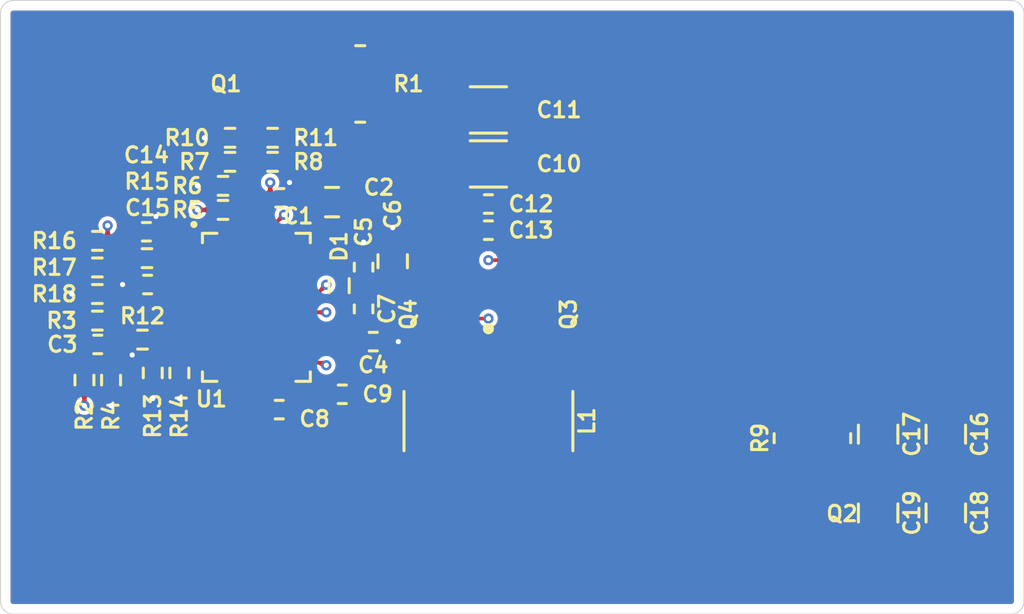
<source format=kicad_pcb>
(kicad_pcb (version 20241229) (generator "pcbnew") (generator_version "9.0")
  (layers (0 "F.Cu" signal) (4 "In1.Cu" power) (6 "In2.Cu" power) (2 "B.Cu" signal) (13 "F.Paste" user) (15 "B.Paste" user) (5 "F.SilkS" user "F.Silkscreen") (7 "B.SilkS" user "B.Silkscreen") (1 "F.Mask" user) (3 "B.Mask" user) (25 "Edge.Cuts" user))
  (net 0 "")
  (net 6 "/BST")
  (net 7 "/CFP")
  (net 8 "/CFN")
  (net 10 "/RT")
  (net 13 "/VOUT")
  (net 15 "GND")
  (net 16 "Net-(R16-Pad2)")
  (net 17 "/GPI")
  (net 18 "/VCAP")
  (net 19 "/ITST")
  (net 20 "/INFET")
  (net 21 "/VIN")
  (net 22 "/VOUTSP")
  (net 23 "/VOUTM5")
  (net 24 "Net-(C3-Pad1)")
  (net 25 "/OUTFB")
  (net 26 "/PFI")
  (net 27 "/VCC2P5")
  (net 28 "/CAP_SLCT1")
  (net 29 "/CAP_SLCT0")
  (net 31 "/OUTFET")
  (net 32 "/INTVCC")
  (net 33 "/SW")
  (net 34 "/BGATE")
  (net 35 "/TGATE")
  (net 36 "/VCAPP5")
  (net 37 "/ICAP")
  (net 38 "Net-(C14-Pad1)")
  (net 39 "/VC")
  (net 40 "/CAPFB")
  (footprint "resistor_footprints:R_0402_1005Metric" (layer "F.Cu") (at 132.48719 92.51569 -90)
    (property "Reference" "R4" (at 0.93 0 90) (layer "F.SilkS") (effects (font (size 0.762 0.762) (thickness 0.1524)) (justify right)))
    (property "Value" "162 kΩ")
    (fp_line (start 0.24 0.47) (end -0.24 0.47) (stroke (width 0.1524)) (layer "F.SilkS"))
    (fp_line (start 0.24 -0.47) (end -0.24 -0.47) (stroke (width 0.1524)) (layer "F.SilkS"))
    (pad "1" smd roundrect (at -0.51 0 270) (size 0.54 0.64) (layers "F.Cu" "F.Mask" "F.Paste") (net 25 "/OUTFB"))
    (pad "2" smd roundrect (at 0.51 0 270) (size 0.54 0.64) (layers "F.Cu" "F.Mask" "F.Paste") (net 15 "GND"))
  )
  (footprint "resistor_footprints:R_0402_1005Metric" (layer "F.Cu") (at 138.044599 82.86756)
    (property "Reference" "R6" (at -0.93 0 0) (layer "F.SilkS") (effects (font (size 0.762 0.762) (thickness 0.1524)) (justify right)))
    (property "Value" "100 kΩ")
    (fp_line (start 0.24 -0.47) (end -0.24 -0.47) (stroke (width 0.1524)) (layer "F.SilkS"))
    (fp_line (start 0.24 0.47) (end -0.24 0.47) (stroke (width 0.1524)) (layer "F.SilkS"))
    (pad "1" smd roundrect (at -0.51 0) (size 0.54 0.64) (layers "F.Cu" "F.Mask" "F.Paste") (net 15 "GND"))
    (pad "2" smd roundrect (at 0.51 0) (size 0.54 0.64) (layers "F.Cu" "F.Mask" "F.Paste") (net 26 "/PFI"))
  )
  (footprint "resistor_footprints:R_0402_1005Metric" (layer "F.Cu") (at 131.80622 88.24087 180)
    (property "Reference" "R18" (at 0.93 0 0) (layer "F.SilkS") (effects (font (size 0.762 0.762) (thickness 0.1524)) (justify right)))
    (property "Value" "118 kΩ")
    (fp_line (start 0.24 0.47) (end -0.24 0.47) (stroke (width 0.1524)) (layer "F.SilkS"))
    (fp_line (start 0.24 -0.47) (end -0.24 -0.47) (stroke (width 0.1524)) (layer "F.SilkS"))
    (pad "1" smd roundrect (at -0.51 0 180) (size 0.54 0.64) (layers "F.Cu" "F.Mask" "F.Paste") (net 40 "/CAPFB"))
    (pad "2" smd roundrect (at 0.51 0 180) (size 0.54 0.64) (layers "F.Cu" "F.Mask" "F.Paste") (net 15 "GND"))
  )
  (footprint "capacitor_footprints:C_0805_2012Metric" (layer "F.Cu") (at 170.561 99.11588 -90)
    (property "Reference" "C19" (at 0 -1.234 90) (layer "F.SilkS") (effects (font (size 0.762 0.762) (thickness 0.1524)) (justify top)))
    (property "Value" "22 µF")
    (fp_line (start 0.45 0.98) (end -0.45 0.98) (stroke (width 0.1524)) (layer "F.SilkS"))
    (fp_line (start 0.45 -0.98) (end -0.45 -0.98) (stroke (width 0.1524)) (layer "F.SilkS"))
    (pad "1" smd roundrect (at -0.95 0 270) (size 1 1.45) (layers "F.Cu" "F.Mask" "F.Paste") (net 18 "/VCAP"))
    (pad "2" smd roundrect (at 0.95 0 270) (size 1 1.45) (layers "F.Cu" "F.Mask" "F.Paste") (net 15 "GND"))
  )
  (footprint "transistor_footprints:PowerPAK 1212-8" (layer "F.Cu") (at 165.90344 99.1563)
    (property "Reference" "Q2" (at 2 0 0) (layer "F.SilkS") (effects (font (size 0.762 0.762) (thickness 0.1524)) (justify left)))
    (property "Value" "20.0 V")
    (pad "1" smd roundrect (at -1.435 -0.99) (size 0.99 0.405) (layers "F.Cu" "F.Mask" "F.Paste") (net 13 "/VOUT"))
    (pad "2" smd roundrect (at -1.435 -0.33) (size 0.99 0.405) (layers "F.Cu" "F.Mask" "F.Paste") (net 13 "/VOUT"))
    (pad "3" smd roundrect (at -1.435 0.33) (size 0.99 0.405) (layers "F.Cu" "F.Mask" "F.Paste") (net 13 "/VOUT"))
    (pad "4" smd roundrect (at -1.435 0.99) (size 0.99 0.405) (layers "F.Cu" "F.Mask" "F.Paste") (net 31 "/OUTFET"))
    (pad "5" smd roundrect (at 0.558 0) (size 1.725 2.385) (layers "F.Cu" "F.Mask" "F.Paste") (roundrect_rratio 0.05) (net 18 "/VCAP"))
    (pad "5" smd roundrect (at 1.435 -0.99) (size 0.99 0.405) (layers "F.Cu" "F.Mask" "F.Paste") (net 18 "/VCAP"))
    (pad "5" smd roundrect (at 1.435 -0.33) (size 0.99 0.405) (layers "F.Cu" "F.Mask" "F.Paste") (net 18 "/VCAP"))
    (pad "5" smd roundrect (at 1.435 0.33) (size 0.99 0.405) (layers "F.Cu" "F.Mask" "F.Paste") (net 18 "/VCAP"))
    (pad "5" smd roundrect (at 1.435 0.99) (size 0.99 0.405) (layers "F.Cu" "F.Mask" "F.Paste") (net 18 "/VCAP"))
  )
  (footprint "capacitor_footprints:C_0805_2012Metric" (layer "F.Cu") (at 173.91888 99.11588 -90)
    (property "Reference" "C18" (at 0 -1.234 90) (layer "F.SilkS") (effects (font (size 0.762 0.762) (thickness 0.1524)) (justify top)))
    (property "Value" "22 µF")
    (fp_line (start 0.45 0.98) (end -0.45 0.98) (stroke (width 0.1524)) (layer "F.SilkS"))
    (fp_line (start 0.45 -0.98) (end -0.45 -0.98) (stroke (width 0.1524)) (layer "F.SilkS"))
    (pad "1" smd roundrect (at -0.95 0 270) (size 1 1.45) (layers "F.Cu" "F.Mask" "F.Paste") (net 18 "/VCAP"))
    (pad "2" smd roundrect (at 0.95 0 270) (size 1 1.45) (layers "F.Cu" "F.Mask" "F.Paste") (net 15 "GND"))
  )
  (footprint "capacitor_footprints:C_0402_1005Metric" (layer "F.Cu") (at 131.82622 90.74531)
    (property "Reference" "C3" (at -0.91 0 0) (layer "F.SilkS") (effects (font (size 0.762 0.762) (thickness 0.1524)) (justify right)))
    (property "Value" "120 pF")
    (fp_line (start 0.2 -0.46) (end -0.2 -0.46) (stroke (width 0.1524)) (layer "F.SilkS"))
    (fp_line (start 0.2 0.46) (end -0.2 0.46) (stroke (width 0.1524)) (layer "F.SilkS"))
    (pad "1" smd roundrect (at -0.48 0) (size 0.56 0.62) (layers "F.Cu" "F.Mask" "F.Paste") (net 24 "Net-(C3-Pad1)"))
    (pad "2" smd roundrect (at 0.48 0) (size 0.56 0.62) (layers "F.Cu" "F.Mask" "F.Paste") (net 25 "/OUTFB"))
  )
  (footprint "resistor_footprints:R_0402_1005Metric" (layer "F.Cu") (at 138.393591 81.673159)
    (property "Reference" "R7" (at -0.93 0 0) (layer "F.SilkS") (effects (font (size 0.762 0.762) (thickness 0.1524)) (justify right)))
    (property "Value" "100 kΩ")
    (fp_line (start 0.24 -0.47) (end -0.24 -0.47) (stroke (width 0.1524)) (layer "F.SilkS"))
    (fp_line (start 0.24 0.47) (end -0.24 0.47) (stroke (width 0.1524)) (layer "F.SilkS"))
    (pad "1" smd roundrect (at -0.51 0) (size 0.54 0.64) (layers "F.Cu" "F.Mask" "F.Paste") (net 27 "/VCC2P5"))
    (pad "2" smd roundrect (at 0.51 0) (size 0.54 0.64) (layers "F.Cu" "F.Mask" "F.Paste") (net 28 "/CAP_SLCT1"))
  )
  (footprint "resistor_footprints:R_0402_1005Metric" (layer "F.Cu") (at 135.8773 92.16 -90)
    (property "Reference" "R14" (at 0.93 0 90) (layer "F.SilkS") (effects (font (size 0.762 0.762) (thickness 0.1524)) (justify right)))
    (property "Value" "121 Ω")
    (fp_line (start 0.24 0.47) (end -0.24 0.47) (stroke (width 0.1524)) (layer "F.SilkS"))
    (fp_line (start 0.24 -0.47) (end -0.24 -0.47) (stroke (width 0.1524)) (layer "F.SilkS"))
    (pad "1" smd roundrect (at -0.51 0 270) (size 0.54 0.64) (layers "F.Cu" "F.Mask" "F.Paste") (net 19 "/ITST"))
    (pad "2" smd roundrect (at 0.51 0 270) (size 0.54 0.64) (layers "F.Cu" "F.Mask" "F.Paste") (net 15 "GND"))
  )
  (footprint "no_components_footprints:Fiducial_0.5mm_Mask1mm" (layer "F.Cu") (at 128.201987 102.938013)
    (property "Reference" "FID1" (hide yes))
    (property "Value" "Fiducial" (hide yes))
    (pad "" smd circle (at 0 0) (size 0.5 0.5) (layers "F.Cu" "F.Mask"))
  )
  (footprint "capacitor_footprints:C_1206_3216Metric" (layer "F.Cu") (at 151.21636 81.77784)
    (property "Reference" "C10" (at 2.3 0 0) (layer "F.SilkS") (effects (font (size 0.762 0.762) (thickness 0.1524)) (justify left)))
    (property "Value" "47 µF")
    (fp_line (start 0.9 -1.15) (end -0.9 -1.15) (stroke (width 0.1524)) (layer "F.SilkS"))
    (fp_line (start 0.9 1.15) (end -0.9 1.15) (stroke (width 0.1524)) (layer "F.SilkS"))
    (pad "1" smd roundrect (at -1.475 0) (size 1.15 1.8) (layers "F.Cu" "F.Mask" "F.Paste") (net 13 "/VOUT"))
    (pad "2" smd roundrect (at 1.475 0) (size 1.15 1.8) (layers "F.Cu" "F.Mask" "F.Paste") (net 15 "GND"))
  )
  (footprint "resistor_footprints:R_0402_1005Metric" (layer "F.Cu") (at 138.393591 80.4799 180)
    (property "Reference" "R10" (at 0.93 0 0) (layer "F.SilkS") (effects (font (size 0.762 0.762) (thickness 0.1524)) (justify right)))
    (property "Value" "0 Ω")
    (fp_line (start 0.24 0.47) (end -0.24 0.47) (stroke (width 0.1524)) (layer "F.SilkS"))
    (fp_line (start 0.24 -0.47) (end -0.24 -0.47) (stroke (width 0.1524)) (layer "F.SilkS"))
    (pad "1" smd roundrect (at -0.51 0 180) (size 0.54 0.64) (layers "F.Cu" "F.Mask" "F.Paste") (net 28 "/CAP_SLCT1"))
    (pad "2" smd roundrect (at 0.51 0 180) (size 0.54 0.64) (layers "F.Cu" "F.Mask" "F.Paste") (net 15 "GND"))
  )
  (footprint "capacitor_footprints:C_0402_1005Metric" (layer "F.Cu") (at 151.21636 83.76944)
    (property "Reference" "C12" (at 0.91 0 0) (layer "F.SilkS") (effects (font (size 0.762 0.762) (thickness 0.1524)) (justify left)))
    (property "Value" "2.2 µF")
    (fp_line (start 0.2 -0.46) (end -0.2 -0.46) (stroke (width 0.1524)) (layer "F.SilkS"))
    (fp_line (start 0.2 0.46) (end -0.2 0.46) (stroke (width 0.1524)) (layer "F.SilkS"))
    (pad "1" smd roundrect (at -0.48 0) (size 0.56 0.62) (layers "F.Cu" "F.Mask" "F.Paste") (net 13 "/VOUT"))
    (pad "2" smd roundrect (at 0.48 0) (size 0.56 0.62) (layers "F.Cu" "F.Mask" "F.Paste") (net 15 "GND"))
  )
  (footprint "capacitor_footprints:C_0402_1005Metric" (layer "F.Cu") (at 134.23996 85.14842)
    (property "Reference" "C14" (at 0 -3.81 0) (layer "F.SilkS") (effects (font (size 0.762 0.762) (thickness 0.1524))))
    (property "Value" "10 nF")
    (fp_line (start 0.2 -0.46) (end -0.2 -0.46) (stroke (width 0.1524)) (layer "F.SilkS"))
    (fp_line (start 0.2 0.46) (end -0.2 0.46) (stroke (width 0.1524)) (layer "F.SilkS"))
    (pad "1" smd roundrect (at -0.48 0) (size 0.56 0.62) (layers "F.Cu" "F.Mask" "F.Paste") (net 38 "Net-(C14-Pad1)"))
    (pad "2" smd roundrect (at 0.48 0) (size 0.56 0.62) (layers "F.Cu" "F.Mask" "F.Paste") (net 15 "GND"))
  )
  (footprint "inductor_footprints:XAL7030" (layer "F.Cu") (at 151.21746 94.55404 -90)
    (property "Reference" "L1" (at 0 -4.445 90) (layer "F.SilkS") (effects (font (size 0.762 0.762) (thickness 0.1524)) (justify top)))
    (property "Value" "3.3 µH")
    (fp_line (start 1.4732 4.191) (end -1.4732 4.191) (stroke (width 0.1524)) (layer "F.SilkS"))
    (fp_line (start 1.4732 -4.191) (end -1.4732 -4.191) (stroke (width 0.1524)) (layer "F.SilkS"))
    (fp_circle (center -4.591 0) (end -4.791 0) (stroke (width 0.1524)) (fill yes) (layer "F.SilkS"))
    (pad "1" smd roundrect (at -2.3622 0 270) (size 1.778 6.5024) (layers "F.Cu" "F.Mask" "F.Paste") (net 33 "/SW"))
    (pad "2" smd roundrect (at 2.3622 0 270) (size 1.778 6.5024) (layers "F.Cu" "F.Mask" "F.Paste") (net 37 "/ICAP"))
  )
  (footprint "resistor_footprints:R_0402_1005Metric" (layer "F.Cu") (at 140.50641 80.4799)
    (property "Reference" "R11" (at 0.93 0 0) (layer "F.SilkS") (effects (font (size 0.762 0.762) (thickness 0.1524)) (justify left)))
    (property "Value" "0 Ω")
    (fp_line (start 0.24 -0.47) (end -0.24 -0.47) (stroke (width 0.1524)) (layer "F.SilkS"))
    (fp_line (start 0.24 0.47) (end -0.24 0.47) (stroke (width 0.1524)) (layer "F.SilkS"))
    (pad "1" smd roundrect (at -0.51 0) (size 0.54 0.64) (layers "F.Cu" "F.Mask" "F.Paste") (net 29 "/CAP_SLCT0"))
    (pad "2" smd roundrect (at 0.51 0) (size 0.54 0.64) (layers "F.Cu" "F.Mask" "F.Paste") (net 15 "GND"))
  )
  (footprint "diode_footprints:SOD_523" (layer "F.Cu") (at 143.80718 87.825001 90)
    (property "Reference" "D1" (at 1.1 0 90) (layer "F.SilkS") (effects (font (size 0.762 0.762) (thickness 0.1524)) (justify left)))
    (property "Value" "80.0 V")
    (fp_line (start 0.35 -0.5) (end -0.35 -0.5) (stroke (width 0.1524)) (layer "F.SilkS"))
    (fp_line (start 0.35 0.5) (end -0.35 0.5) (stroke (width 0.1524)) (layer "F.SilkS"))
    (pad "1" smd roundrect (at -0.675 0 90) (size 0.65 0.3) (layers "F.Cu" "F.Mask" "F.Paste") (net 6 "/BST"))
    (pad "2" smd roundrect (at 0.675 0 90) (size 0.65 0.3) (layers "F.Cu" "F.Mask" "F.Paste") (net 32 "/INTVCC"))
  )
  (footprint "capacitor_footprints:C_0402_1005Metric" (layer "F.Cu") (at 134.29996 87.768999 180)
    (property "Reference" "C15" (at 0 3.81 0) (layer "F.SilkS") (effects (font (size 0.762 0.762) (thickness 0.1524))))
    (property "Value" "10 nF")
    (fp_line (start 0.2 0.46) (end -0.2 0.46) (stroke (width 0.1524)) (layer "F.SilkS"))
    (fp_line (start 0.2 -0.46) (end -0.2 -0.46) (stroke (width 0.1524)) (layer "F.SilkS"))
    (pad "1" smd roundrect (at -0.48 0 180) (size 0.56 0.62) (layers "F.Cu" "F.Mask" "F.Paste") (net 39 "/VC"))
    (pad "2" smd roundrect (at 0.48 0 180) (size 0.56 0.62) (layers "F.Cu" "F.Mask" "F.Paste") (net 15 "GND"))
  )
  (footprint "resistor_footprints:R_0402_1005Metric" (layer "F.Cu") (at 131.16525 92.51569 90)
    (property "Reference" "R2" (at -0.93 0 90) (layer "F.SilkS") (effects (font (size 0.762 0.762) (thickness 0.1524)) (justify right)))
    (property "Value" "20 Ω")
    (fp_line (start 0.24 -0.47) (end -0.24 -0.47) (stroke (width 0.1524)) (layer "F.SilkS"))
    (fp_line (start 0.24 0.47) (end -0.24 0.47) (stroke (width 0.1524)) (layer "F.SilkS"))
    (pad "1" smd roundrect (at -0.51 0 90) (size 0.54 0.64) (layers "F.Cu" "F.Mask" "F.Paste") (net 13 "/VOUT"))
    (pad "2" smd roundrect (at 0.51 0 90) (size 0.54 0.64) (layers "F.Cu" "F.Mask" "F.Paste") (net 24 "Net-(C3-Pad1)"))
  )
  (footprint "capacitor_footprints:C_0402_1005Metric" (layer "F.Cu") (at 151.21636 85.06968)
    (property "Reference" "C13" (at 0.91 0 0) (layer "F.SilkS") (effects (font (size 0.762 0.762) (thickness 0.1524)) (justify left)))
    (property "Value" "2.2 µF")
    (fp_line (start 0.2 -0.46) (end -0.2 -0.46) (stroke (width 0.1524)) (layer "F.SilkS"))
    (fp_line (start 0.2 0.46) (end -0.2 0.46) (stroke (width 0.1524)) (layer "F.SilkS"))
    (pad "1" smd roundrect (at -0.48 0) (size 0.56 0.62) (layers "F.Cu" "F.Mask" "F.Paste") (net 13 "/VOUT"))
    (pad "2" smd roundrect (at 0.48 0) (size 0.56 0.62) (layers "F.Cu" "F.Mask" "F.Paste") (net 15 "GND"))
  )
  (footprint "analog_devices_footprints:QFN-38_UHF_LIT" (layer "F.Cu") (at 139.7 88.9)
    (property "Reference" "U1" (at -3.0988 4.1148 0) (layer "F.SilkS") (effects (font (size 0.762 0.762) (thickness 0.1524) (bold yes)) (justify left top)))
    (property "Value" "LTC3350EUHF-PBF")
    (fp_line (start -2.677 -3.677) (end -2.677 -3.20734) (stroke (width 0.1524)) (layer "F.SilkS"))
    (fp_line (start -2.677 3.20734) (end -2.677 3.677) (stroke (width 0.1524)) (layer "F.SilkS"))
    (fp_line (start -2.677 3.677) (end -1.95734 3.677) (stroke (width 0.1524)) (layer "F.SilkS"))
    (fp_line (start -1.95734 -3.677) (end -2.677 -3.677) (stroke (width 0.1524)) (layer "F.SilkS"))
    (fp_line (start 1.95734 3.677) (end 2.677 3.677) (stroke (width 0.1524)) (layer "F.SilkS"))
    (fp_line (start 2.677 -3.677) (end 1.95734 -3.677) (stroke (width 0.1524)) (layer "F.SilkS"))
    (fp_line (start 2.677 -3.20734) (end 2.677 -3.677) (stroke (width 0.1524)) (layer "F.SilkS"))
    (fp_line (start 2.677 3.677) (end 2.677 3.20734) (stroke (width 0.1524)) (layer "F.SilkS"))
    (fp_circle (center -3.0988 -4.1148) (end -2.9718 -4.1148) (stroke (width 0.1)) (fill yes) (layer "F.SilkS"))
    (pad "1" smd rect (at -2.4524 -2.75 90) (size 0.2492 0.8048) (layers "F.Cu" "F.Mask" "F.Paste"))
    (pad "2" smd rect (at -2.4524 -2.250001 90) (size 0.2492 0.8048) (layers "F.Cu" "F.Mask" "F.Paste"))
    (pad "3" smd rect (at -2.4524 -1.749999 90) (size 0.2492 0.8048) (layers "F.Cu" "F.Mask" "F.Paste"))
    (pad "4" smd rect (at -2.4524 -1.25 90) (size 0.2492 0.8048) (layers "F.Cu" "F.Mask" "F.Paste"))
    (pad "5" smd rect (at -2.4524 -0.750001 90) (size 0.2492 0.8048) (layers "F.Cu" "F.Mask" "F.Paste") (net 39 "/VC"))
    (pad "6" smd rect (at -2.4524 -0.25 90) (size 0.2492 0.8048) (layers "F.Cu" "F.Mask" "F.Paste") (net 40 "/CAPFB"))
    (pad "7" smd rect (at -2.4524 0.25 90) (size 0.2492 0.8048) (layers "F.Cu" "F.Mask" "F.Paste") (net 25 "/OUTFB"))
    (pad "8" smd rect (at -2.4524 0.750001 90) (size 0.2492 0.8048) (layers "F.Cu" "F.Mask" "F.Paste") (net 15 "GND"))
    (pad "9" smd rect (at -2.4524 1.25 90) (size 0.2492 0.8048) (layers "F.Cu" "F.Mask" "F.Paste") (net 10 "/RT"))
    (pad "10" smd rect (at -2.4524 1.749999 90) (size 0.2492 0.8048) (layers "F.Cu" "F.Mask" "F.Paste") (net 17 "/GPI"))
    (pad "11" smd rect (at -2.4524 2.250001 90) (size 0.2492 0.8048) (layers "F.Cu" "F.Mask" "F.Paste") (net 19 "/ITST"))
    (pad "12" smd rect (at -2.4524 2.75 90) (size 0.2492 0.8048) (layers "F.Cu" "F.Mask" "F.Paste"))
    (pad "13" smd rect (at -1.5 3.452401) (size 0.2492 0.8048) (layers "F.Cu" "F.Mask" "F.Paste"))
    (pad "14" smd rect (at -1.000001 3.452401) (size 0.2492 0.8048) (layers "F.Cu" "F.Mask" "F.Paste"))
    (pad "15" smd rect (at -0.499999 3.452401) (size 0.2492 0.8048) (layers "F.Cu" "F.Mask" "F.Paste"))
    (pad "16" smd rect (at 0 3.452401) (size 0.2492 0.8048) (layers "F.Cu" "F.Mask" "F.Paste"))
    (pad "17" smd rect (at 0.499999 3.452401) (size 0.2492 0.8048) (layers "F.Cu" "F.Mask" "F.Paste") (net 7 "/CFP"))
    (pad "18" smd rect (at 1.000001 3.452401) (size 0.2492 0.8048) (layers "F.Cu" "F.Mask" "F.Paste") (net 8 "/CFN"))
    (pad "19" smd rect (at 1.5 3.452401) (size 0.2492 0.8048) (layers "F.Cu" "F.Mask" "F.Paste") (net 36 "/VCAPP5"))
    (pad "20" smd rect (at 2.4524 2.75 90) (size 0.2492 0.8048) (layers "F.Cu" "F.Mask" "F.Paste") (net 31 "/OUTFET"))
    (pad "21" smd rect (at 2.4524 2.250001 90) (size 0.2492 0.8048) (layers "F.Cu" "F.Mask" "F.Paste") (net 18 "/VCAP"))
    (pad "22" smd rect (at 2.4524 1.749999 90) (size 0.2492 0.8048) (layers "F.Cu" "F.Mask" "F.Paste") (net 37 "/ICAP"))
    (pad "23" smd rect (at 2.4524 1.25 90) (size 0.2492 0.8048) (layers "F.Cu" "F.Mask" "F.Paste") (net 27 "/VCC2P5"))
    (pad "24" smd rect (at 2.4524 0.750001 90) (size 0.2492 0.8048) (layers "F.Cu" "F.Mask" "F.Paste") (net 33 "/SW"))
    (pad "25" smd rect (at 2.4524 0.25 90) (size 0.2492 0.8048) (layers "F.Cu" "F.Mask" "F.Paste") (net 35 "/TGATE"))
    (pad "26" smd rect (at 2.4524 -0.25 90) (size 0.2492 0.8048) (layers "F.Cu" "F.Mask" "F.Paste") (net 6 "/BST"))
    (pad "27" smd rect (at 2.4524 -0.750001 90) (size 0.2492 0.8048) (layers "F.Cu" "F.Mask" "F.Paste") (net 34 "/BGATE"))
    (pad "28" smd rect (at 2.4524 -1.25 90) (size 0.2492 0.8048) (layers "F.Cu" "F.Mask" "F.Paste") (net 32 "/INTVCC"))
    (pad "29" smd rect (at 2.4524 -1.749999 90) (size 0.2492 0.8048) (layers "F.Cu" "F.Mask" "F.Paste") (net 32 "/INTVCC"))
    (pad "30" smd rect (at 2.4524 -2.250001 90) (size 0.2492 0.8048) (layers "F.Cu" "F.Mask" "F.Paste") (net 13 "/VOUT"))
    (pad "31" smd rect (at 2.4524 -2.75 90) (size 0.2492 0.8048) (layers "F.Cu" "F.Mask" "F.Paste") (net 22 "/VOUTSP"))
    (pad "32" smd rect (at 1.5 -3.452401) (size 0.2492 0.8048) (layers "F.Cu" "F.Mask" "F.Paste") (net 23 "/VOUTM5"))
    (pad "33" smd rect (at 1.000001 -3.452401) (size 0.2492 0.8048) (layers "F.Cu" "F.Mask" "F.Paste") (net 20 "/INFET"))
    (pad "34" smd rect (at 0.499999 -3.452401) (size 0.2492 0.8048) (layers "F.Cu" "F.Mask" "F.Paste") (net 21 "/VIN"))
    (pad "35" smd rect (at 0 -3.452401) (size 0.2492 0.8048) (layers "F.Cu" "F.Mask" "F.Paste") (net 29 "/CAP_SLCT0"))
    (pad "36" smd rect (at -0.499999 -3.452401) (size 0.2492 0.8048) (layers "F.Cu" "F.Mask" "F.Paste") (net 28 "/CAP_SLCT1"))
    (pad "37" smd rect (at -1.000001 -3.452401) (size 0.2492 0.8048) (layers "F.Cu" "F.Mask" "F.Paste") (net 26 "/PFI"))
    (pad "38" smd rect (at -1.5 -3.452401) (size 0.2492 0.8048) (layers "F.Cu" "F.Mask" "F.Paste"))
    (pad "39" smd rect (at 0 0) (size 3.250001 5.25) (layers "F.Cu" "F.Mask" "F.Paste") (net 15 "GND"))
  )
  (footprint "resistor_footprints:R_0402_1005Metric" (layer "F.Cu") (at 131.80622 86.92007)
    (property "Reference" "R17" (at -0.93 0 0) (layer "F.SilkS") (effects (font (size 0.762 0.762) (thickness 0.1524)) (justify right)))
    (property "Value" "866 kΩ")
    (fp_line (start 0.24 -0.47) (end -0.24 -0.47) (stroke (width 0.1524)) (layer "F.SilkS"))
    (fp_line (start 0.24 0.47) (end -0.24 0.47) (stroke (width 0.1524)) (layer "F.SilkS"))
    (pad "1" smd roundrect (at -0.51 0) (size 0.54 0.64) (layers "F.Cu" "F.Mask" "F.Paste") (net 16 "Net-(R16-Pad2)"))
    (pad "2" smd roundrect (at 0.51 0) (size 0.54 0.64) (layers "F.Cu" "F.Mask" "F.Paste") (net 40 "/CAPFB"))
  )
  (footprint "capacitor_footprints:C_0402_1005Metric" (layer "F.Cu") (at 145.50136 90.60466)
    (property "Reference" "C4" (at 0 0.714 0) (layer "F.SilkS") (effects (font (size 0.762 0.762) (thickness 0.1524)) (justify top)))
    (property "Value" "1 µF")
    (fp_line (start 0.2 -0.46) (end -0.2 -0.46) (stroke (width 0.1524)) (layer "F.SilkS"))
    (fp_line (start 0.2 0.46) (end -0.2 0.46) (stroke (width 0.1524)) (layer "F.SilkS"))
    (pad "1" smd roundrect (at -0.48 0) (size 0.56 0.62) (layers "F.Cu" "F.Mask" "F.Paste") (net 27 "/VCC2P5"))
    (pad "2" smd roundrect (at 0.48 0) (size 0.56 0.62) (layers "F.Cu" "F.Mask" "F.Paste") (net 15 "GND"))
  )
  (footprint "resistor_footprints:R_0402_1005Metric" (layer "F.Cu") (at 131.80622 85.59927 180)
    (property "Reference" "R16" (at 0.93 0 0) (layer "F.SilkS") (effects (font (size 0.762 0.762) (thickness 0.1524)) (justify right)))
    (property "Value" "20 Ω")
    (fp_line (start 0.24 0.47) (end -0.24 0.47) (stroke (width 0.1524)) (layer "F.SilkS"))
    (fp_line (start 0.24 -0.47) (end -0.24 -0.47) (stroke (width 0.1524)) (layer "F.SilkS"))
    (pad "1" smd roundrect (at -0.51 0 180) (size 0.54 0.64) (layers "F.Cu" "F.Mask" "F.Paste") (net 18 "/VCAP"))
    (pad "2" smd roundrect (at 0.51 0 180) (size 0.54 0.64) (layers "F.Cu" "F.Mask" "F.Paste") (net 16 "Net-(R16-Pad2)"))
  )
  (footprint "resistor_footprints:R_0612_1632Metric" (layer "F.Cu") (at 144.85566 77.80548)
    (property "Reference" "R1" (at 1.55 0 0) (layer "F.SilkS") (effects (font (size 0.762 0.762) (thickness 0.1524)) (justify left)))
    (property "Value" "0.016 Ω")
    (fp_line (start 0.225 -1.9) (end -0.225 -1.9) (stroke (width 0.1524)) (layer "F.SilkS"))
    (fp_line (start 0.225 1.9) (end -0.225 1.9) (stroke (width 0.1524)) (layer "F.SilkS"))
    (pad "1" smd roundrect (at -0.75 0) (size 1.05 3.4) (layers "F.Cu" "F.Mask" "F.Paste") (net 22 "/VOUTSP"))
    (pad "2" smd roundrect (at 0.75 0) (size 1.05 3.4) (layers "F.Cu" "F.Mask" "F.Paste") (net 13 "/VOUT"))
  )
  (footprint "capacitor_footprints:C_0402_1005Metric" (layer "F.Cu") (at 140.835399 93.98254)
    (property "Reference" "C8" (at 0.91 0.46 0) (layer "F.SilkS") (effects (font (size 0.762 0.762) (thickness 0.1524)) (justify left)))
    (property "Value" "100 nF")
    (fp_line (start 0.2 -0.46) (end -0.2 -0.46) (stroke (width 0.1524)) (layer "F.SilkS"))
    (fp_line (start 0.2 0.46) (end -0.2 0.46) (stroke (width 0.1524)) (layer "F.SilkS"))
    (pad "1" smd roundrect (at -0.48 0) (size 0.56 0.62) (layers "F.Cu" "F.Mask" "F.Paste") (net 7 "/CFP"))
    (pad "2" smd roundrect (at 0.48 0) (size 0.56 0.62) (layers "F.Cu" "F.Mask" "F.Paste") (net 8 "/CFN"))
  )
  (footprint "capacitor_footprints:C_1206_3216Metric" (layer "F.Cu") (at 151.21636 79.0956)
    (property "Reference" "C11" (at 2.3 0 0) (layer "F.SilkS") (effects (font (size 0.762 0.762) (thickness 0.1524)) (justify left)))
    (property "Value" "47 µF")
    (fp_line (start 0.9 -1.15) (end -0.9 -1.15) (stroke (width 0.1524)) (layer "F.SilkS"))
    (fp_line (start 0.9 1.15) (end -0.9 1.15) (stroke (width 0.1524)) (layer "F.SilkS"))
    (pad "1" smd roundrect (at -1.475 0) (size 1.15 1.8) (layers "F.Cu" "F.Mask" "F.Paste") (net 13 "/VOUT"))
    (pad "2" smd roundrect (at 1.475 0) (size 1.15 1.8) (layers "F.Cu" "F.Mask" "F.Paste") (net 15 "GND"))
  )
  (footprint "capacitor_footprints:C_0603_1608Metric" (layer "F.Cu") (at 146.46656 86.611221 90)
    (property "Reference" "C6" (at 1.48 0 90) (layer "F.SilkS") (effects (font (size 0.762 0.762) (thickness 0.1524)) (justify left)))
    (property "Value" "4.7 µF")
    (fp_line (start 0.325 -0.73) (end -0.325 -0.73) (stroke (width 0.1524)) (layer "F.SilkS"))
    (fp_line (start 0.325 0.73) (end -0.325 0.73) (stroke (width 0.1524)) (layer "F.SilkS"))
    (pad "1" smd roundrect (at -0.775 0 90) (size 0.9 0.95) (layers "F.Cu" "F.Mask" "F.Paste") (net 32 "/INTVCC"))
    (pad "2" smd roundrect (at 0.775 0 90) (size 0.9 0.95) (layers "F.Cu" "F.Mask" "F.Paste") (net 15 "GND"))
  )
  (footprint "capacitor_footprints:C_0402_1005Metric" (layer "F.Cu") (at 145.02136 86.906221 90)
    (property "Reference" "C5" (at 0.91 0 90) (layer "F.SilkS") (effects (font (size 0.762 0.762) (thickness 0.1524)) (justify left)))
    (property "Value" "100 nF")
    (fp_line (start 0.2 -0.46) (end -0.2 -0.46) (stroke (width 0.1524)) (layer "F.SilkS"))
    (fp_line (start 0.2 0.46) (end -0.2 0.46) (stroke (width 0.1524)) (layer "F.SilkS"))
    (pad "1" smd roundrect (at -0.48 0 90) (size 0.56 0.62) (layers "F.Cu" "F.Mask" "F.Paste") (net 32 "/INTVCC"))
    (pad "2" smd roundrect (at 0.48 0 90) (size 0.56 0.62) (layers "F.Cu" "F.Mask" "F.Paste") (net 15 "GND"))
  )
  (footprint "resistor_footprints:R_0402_1005Metric" (layer "F.Cu") (at 140.50641 81.673159 180)
    (property "Reference" "R8" (at -0.93 0 0) (layer "F.SilkS") (effects (font (size 0.762 0.762) (thickness 0.1524)) (justify left)))
    (property "Value" "100 kΩ")
    (fp_line (start 0.24 0.47) (end -0.24 0.47) (stroke (width 0.1524)) (layer "F.SilkS"))
    (fp_line (start 0.24 -0.47) (end -0.24 -0.47) (stroke (width 0.1524)) (layer "F.SilkS"))
    (pad "1" smd roundrect (at -0.51 0 180) (size 0.54 0.64) (layers "F.Cu" "F.Mask" "F.Paste") (net 27 "/VCC2P5"))
    (pad "2" smd roundrect (at 0.51 0 180) (size 0.54 0.64) (layers "F.Cu" "F.Mask" "F.Paste") (net 29 "/CAP_SLCT0"))
  )
  (footprint "resistor_footprints:R_0402_1005Metric" (layer "F.Cu") (at 134.55676 92.16 -90)
    (property "Reference" "R13" (at 0.93 0 90) (layer "F.SilkS") (effects (font (size 0.762 0.762) (thickness 0.1524)) (justify right)))
    (property "Value" "1 MΩ")
    (fp_line (start 0.24 0.47) (end -0.24 0.47) (stroke (width 0.1524)) (layer "F.SilkS"))
    (fp_line (start 0.24 -0.47) (end -0.24 -0.47) (stroke (width 0.1524)) (layer "F.SilkS"))
    (pad "1" smd roundrect (at -0.51 0 270) (size 0.54 0.64) (layers "F.Cu" "F.Mask" "F.Paste") (net 17 "/GPI"))
    (pad "2" smd roundrect (at 0.51 0 270) (size 0.54 0.64) (layers "F.Cu" "F.Mask" "F.Paste") (net 15 "GND"))
  )
  (footprint "no_components_footprints:Fiducial_0.5mm_Mask1mm" (layer "F.Cu") (at 176.598013 74.861987)
    (property "Reference" "FID3" (hide yes))
    (property "Value" "Fiducial" (hide yes))
    (pad "" smd circle (at 0 0) (size 0.5 0.5) (layers "F.Cu" "F.Mask"))
  )
  (footprint "capacitor_footprints:C_0603_1608Metric" (layer "F.Cu") (at 143.45766 83.67498 180)
    (property "Reference" "C2" (at -1.48 0.73 0) (layer "F.SilkS") (effects (font (size 0.762 0.762) (thickness 0.1524)) (justify left)))
    (property "Value" "1 µF")
    (fp_line (start 0.325 0.73) (end -0.325 0.73) (stroke (width 0.1524)) (layer "F.SilkS"))
    (fp_line (start 0.325 -0.73) (end -0.325 -0.73) (stroke (width 0.1524)) (layer "F.SilkS"))
    (pad "1" smd roundrect (at -0.775 0 180) (size 0.9 0.95) (layers "F.Cu" "F.Mask" "F.Paste") (net 22 "/VOUTSP"))
    (pad "2" smd roundrect (at 0.775 0 180) (size 0.9 0.95) (layers "F.Cu" "F.Mask" "F.Paste") (net 23 "/VOUTM5"))
  )
  (footprint "resistor_footprints:R_0612_1632Metric" (layer "F.Cu") (at 167.29894 95.403039 -90)
    (property "Reference" "R9" (at 0 2.154 90) (layer "F.SilkS") (effects (font (size 0.762 0.762) (thickness 0.1524)) (justify bottom)))
    (property "Value" "0.006 Ω")
    (fp_line (start 0.225 1.9) (end -0.225 1.9) (stroke (width 0.1524)) (layer "F.SilkS"))
    (fp_line (start 0.225 -1.9) (end -0.225 -1.9) (stroke (width 0.1524)) (layer "F.SilkS"))
    (pad "1" smd roundrect (at -0.75 0 270) (size 1.05 3.4) (layers "F.Cu" "F.Mask" "F.Paste") (net 37 "/ICAP"))
    (pad "2" smd roundrect (at 0.75 0 270) (size 1.05 3.4) (layers "F.Cu" "F.Mask" "F.Paste") (net 18 "/VCAP"))
  )
  (footprint "transistor_footprints:PowerPAK 1212-8" (layer "F.Cu") (at 141.05208 77.80548)
    (property "Reference" "Q1" (at -2 0 0) (layer "F.SilkS") (effects (font (size 0.762 0.762) (thickness 0.1524)) (justify right)))
    (property "Value" "20.0 V")
    (pad "1" smd roundrect (at -1.435 -0.99) (size 0.99 0.405) (layers "F.Cu" "F.Mask" "F.Paste") (net 21 "/VIN"))
    (pad "2" smd roundrect (at -1.435 -0.33) (size 0.99 0.405) (layers "F.Cu" "F.Mask" "F.Paste") (net 21 "/VIN"))
    (pad "3" smd roundrect (at -1.435 0.33) (size 0.99 0.405) (layers "F.Cu" "F.Mask" "F.Paste") (net 21 "/VIN"))
    (pad "4" smd roundrect (at -1.435 0.99) (size 0.99 0.405) (layers "F.Cu" "F.Mask" "F.Paste") (net 20 "/INFET"))
    (pad "5" smd roundrect (at 0.558 0) (size 1.725 2.385) (layers "F.Cu" "F.Mask" "F.Paste") (roundrect_rratio 0.05) (net 22 "/VOUTSP"))
    (pad "5" smd roundrect (at 1.435 -0.99) (size 0.99 0.405) (layers "F.Cu" "F.Mask" "F.Paste") (net 22 "/VOUTSP"))
    (pad "5" smd roundrect (at 1.435 -0.33) (size 0.99 0.405) (layers "F.Cu" "F.Mask" "F.Paste") (net 22 "/VOUTSP"))
    (pad "5" smd roundrect (at 1.435 0.33) (size 0.99 0.405) (layers "F.Cu" "F.Mask" "F.Paste") (net 22 "/VOUTSP"))
    (pad "5" smd roundrect (at 1.435 0.99) (size 0.99 0.405) (layers "F.Cu" "F.Mask" "F.Paste") (net 22 "/VOUTSP"))
  )
  (footprint "transistor_footprints:TSDSON-8FL" (layer "F.Cu") (at 149.3901 88.010001 90)
    (property "Reference" "Q4" (at -2.1 -1.7 90) (layer "F.SilkS") (effects (font (size 0.762 0.762) (thickness 0.1524)) (justify left bottom)))
    (property "Value" "20 V")
    (pad "1" smd roundrect (at -1.45 -0.975 90) (size 0.9 0.34) (layers "F.Cu" "F.Mask" "F.Paste") (net 33 "/SW"))
    (pad "1" smd roundrect (at -1.45 -0.325 90) (size 0.9 1.64) (layers "F.Cu" "F.Mask" "F.Paste") (roundrect_rratio 0.05) (net 33 "/SW"))
    (pad "2" smd roundrect (at -1.45 -0.325 90) (size 0.9 0.34) (layers "F.Cu" "F.Mask" "F.Paste") (net 33 "/SW"))
    (pad "3" smd roundrect (at -1.45 0.325 90) (size 0.9 0.34) (layers "F.Cu" "F.Mask" "F.Paste") (net 33 "/SW"))
    (pad "4" smd roundrect (at -1.45 0.975 90) (size 0.9 0.34) (layers "F.Cu" "F.Mask" "F.Paste") (net 35 "/TGATE"))
    (pad "5" smd roundrect (at 0.72 0 90) (size 2.36 2.29) (layers "F.Cu" "F.Mask" "F.Paste") (roundrect_rratio 0.05) (net 13 "/VOUT"))
    (pad "5" smd roundrect (at 1.45 -0.975 90) (size 0.9 0.34) (layers "F.Cu" "F.Mask" "F.Paste") (net 13 "/VOUT"))
    (pad "5" smd roundrect (at 1.45 -0.325 90) (size 0.9 0.34) (layers "F.Cu" "F.Mask" "F.Paste") (net 13 "/VOUT"))
    (pad "5" smd roundrect (at 1.45 0.325 90) (size 0.9 0.34) (layers "F.Cu" "F.Mask" "F.Paste") (net 13 "/VOUT"))
    (pad "5" smd roundrect (at 1.45 0.975 90) (size 0.9 0.34) (layers "F.Cu" "F.Mask" "F.Paste") (net 13 "/VOUT"))
  )
  (footprint "resistor_footprints:R_0402_1005Metric" (layer "F.Cu") (at 134.26996 86.45906 180)
    (property "Reference" "R15" (at 0 3.81 0) (layer "F.SilkS") (effects (font (size 0.762 0.762) (thickness 0.1524))))
    (property "Value" "0 Ω")
    (fp_line (start 0.24 0.47) (end -0.24 0.47) (stroke (width 0.1524)) (layer "F.SilkS"))
    (fp_line (start 0.24 -0.47) (end -0.24 -0.47) (stroke (width 0.1524)) (layer "F.SilkS"))
    (pad "1" smd roundrect (at -0.51 0 180) (size 0.54 0.64) (layers "F.Cu" "F.Mask" "F.Paste") (net 39 "/VC"))
    (pad "2" smd roundrect (at 0.51 0 180) (size 0.54 0.64) (layers "F.Cu" "F.Mask" "F.Paste") (net 38 "Net-(C14-Pad1)"))
  )
  (footprint "capacitor_footprints:C_0402_1005Metric" (layer "F.Cu") (at 145.02136 88.980001 -90)
    (property "Reference" "C7" (at 0 -0.714 90) (layer "F.SilkS") (effects (font (size 0.762 0.762) (thickness 0.1524)) (justify top)))
    (property "Value" "100 nF")
    (fp_line (start 0.2 0.46) (end -0.2 0.46) (stroke (width 0.1524)) (layer "F.SilkS"))
    (fp_line (start 0.2 -0.46) (end -0.2 -0.46) (stroke (width 0.1524)) (layer "F.SilkS"))
    (pad "1" smd roundrect (at -0.48 0 270) (size 0.56 0.62) (layers "F.Cu" "F.Mask" "F.Paste") (net 6 "/BST"))
    (pad "2" smd roundrect (at 0.48 0 270) (size 0.56 0.62) (layers "F.Cu" "F.Mask" "F.Paste") (net 33 "/SW"))
  )
  (footprint "transistor_footprints:TSDSON-8FL" (layer "F.Cu") (at 153.04516 88.010001 -90)
    (property "Reference" "Q3" (at 2.1 -1.7 90) (layer "F.SilkS") (effects (font (size 0.762 0.762) (thickness 0.1524)) (justify left top)))
    (property "Value" "20 V")
    (pad "1" smd roundrect (at -1.45 -0.975 270) (size 0.9 0.34) (layers "F.Cu" "F.Mask" "F.Paste") (net 15 "GND"))
    (pad "1" smd roundrect (at -1.45 -0.325 270) (size 0.9 1.64) (layers "F.Cu" "F.Mask" "F.Paste") (roundrect_rratio 0.05) (net 15 "GND"))
    (pad "2" smd roundrect (at -1.45 -0.325 270) (size 0.9 0.34) (layers "F.Cu" "F.Mask" "F.Paste") (net 15 "GND"))
    (pad "3" smd roundrect (at -1.45 0.325 270) (size 0.9 0.34) (layers "F.Cu" "F.Mask" "F.Paste") (net 15 "GND"))
    (pad "4" smd roundrect (at -1.45 0.975 270) (size 0.9 0.34) (layers "F.Cu" "F.Mask" "F.Paste") (net 34 "/BGATE"))
    (pad "5" smd roundrect (at 0.72 0 270) (size 2.36 2.29) (layers "F.Cu" "F.Mask" "F.Paste") (roundrect_rratio 0.05) (net 33 "/SW"))
    (pad "5" smd roundrect (at 1.45 -0.975 270) (size 0.9 0.34) (layers "F.Cu" "F.Mask" "F.Paste") (net 33 "/SW"))
    (pad "5" smd roundrect (at 1.45 -0.325 270) (size 0.9 0.34) (layers "F.Cu" "F.Mask" "F.Paste") (net 33 "/SW"))
    (pad "5" smd roundrect (at 1.45 0.325 270) (size 0.9 0.34) (layers "F.Cu" "F.Mask" "F.Paste") (net 33 "/SW"))
    (pad "5" smd roundrect (at 1.45 0.975 270) (size 0.9 0.34) (layers "F.Cu" "F.Mask" "F.Paste") (net 33 "/SW"))
  )
  (footprint "no_components_footprints:Fiducial_0.5mm_Mask1mm" (layer "F.Cu") (at 128.201987 74.861987)
    (property "Reference" "FID2" (hide yes))
    (property "Value" "Fiducial" (hide yes))
    (pad "" smd circle (at 0 0) (size 0.5 0.5) (layers "F.Cu" "F.Mask"))
  )
  (footprint "capacitor_footprints:C_0805_2012Metric" (layer "F.Cu") (at 170.561 95.203039 90)
    (property "Reference" "C17" (at 0 1.234 90) (layer "F.SilkS") (effects (font (size 0.762 0.762) (thickness 0.1524)) (justify top)))
    (property "Value" "22 µF")
    (fp_line (start 0.45 -0.98) (end -0.45 -0.98) (stroke (width 0.1524)) (layer "F.SilkS"))
    (fp_line (start 0.45 0.98) (end -0.45 0.98) (stroke (width 0.1524)) (layer "F.SilkS"))
    (pad "1" smd roundrect (at -0.95 0 90) (size 1 1.45) (layers "F.Cu" "F.Mask" "F.Paste") (net 18 "/VCAP"))
    (pad "2" smd roundrect (at 0.95 0 90) (size 1 1.45) (layers "F.Cu" "F.Mask" "F.Paste") (net 15 "GND"))
  )
  (footprint "resistor_footprints:R_0402_1005Metric" (layer "F.Cu") (at 134.04676 90.505219 180)
    (property "Reference" "R12" (at 0 0.724 0) (layer "F.SilkS") (effects (font (size 0.762 0.762) (thickness 0.1524)) (justify bottom)))
    (property "Value" "71.5 kΩ")
    (fp_line (start 0.24 0.47) (end -0.24 0.47) (stroke (width 0.1524)) (layer "F.SilkS"))
    (fp_line (start 0.24 -0.47) (end -0.24 -0.47) (stroke (width 0.1524)) (layer "F.SilkS"))
    (pad "1" smd roundrect (at -0.51 0 180) (size 0.54 0.64) (layers "F.Cu" "F.Mask" "F.Paste") (net 10 "/RT"))
    (pad "2" smd roundrect (at 0.51 0 180) (size 0.54 0.64) (layers "F.Cu" "F.Mask" "F.Paste") (net 15 "GND"))
  )
  (footprint "capacitor_footprints:C_0402_1005Metric" (layer "F.Cu") (at 143.96348 93.22054 180)
    (property "Reference" "C9" (at -0.91 0 0) (layer "F.SilkS") (effects (font (size 0.762 0.762) (thickness 0.1524)) (justify left)))
    (property "Value" "100 nF")
    (fp_line (start 0.2 0.46) (end -0.2 0.46) (stroke (width 0.1524)) (layer "F.SilkS"))
    (fp_line (start 0.2 -0.46) (end -0.2 -0.46) (stroke (width 0.1524)) (layer "F.SilkS"))
    (pad "1" smd roundrect (at -0.48 0 180) (size 0.56 0.62) (layers "F.Cu" "F.Mask" "F.Paste") (net 18 "/VCAP"))
    (pad "2" smd roundrect (at 0.48 0 180) (size 0.56 0.62) (layers "F.Cu" "F.Mask" "F.Paste") (net 36 "/VCAPP5"))
  )
  (footprint "capacitor_footprints:C_0805_2012Metric" (layer "F.Cu") (at 173.91888 95.203039 90)
    (property "Reference" "C16" (at 0 1.234 90) (layer "F.SilkS") (effects (font (size 0.762 0.762) (thickness 0.1524)) (justify top)))
    (property "Value" "22 µF")
    (fp_line (start 0.45 -0.98) (end -0.45 -0.98) (stroke (width 0.1524)) (layer "F.SilkS"))
    (fp_line (start 0.45 0.98) (end -0.45 0.98) (stroke (width 0.1524)) (layer "F.SilkS"))
    (pad "1" smd roundrect (at -0.95 0 90) (size 1 1.45) (layers "F.Cu" "F.Mask" "F.Paste") (net 18 "/VCAP"))
    (pad "2" smd roundrect (at 0.95 0 90) (size 1 1.45) (layers "F.Cu" "F.Mask" "F.Paste") (net 15 "GND"))
  )
  (footprint "capacitor_footprints:C_0402_1005Metric" (layer "F.Cu") (at 140.865399 83.46416)
    (property "Reference" "C1" (at 0.91 0.46 0) (layer "F.SilkS") (effects (font (size 0.762 0.762) (thickness 0.1524)) (justify top)))
    (property "Value" "100 nF")
    (fp_line (start 0.2 -0.46) (end -0.2 -0.46) (stroke (width 0.1524)) (layer "F.SilkS"))
    (fp_line (start 0.2 0.46) (end -0.2 0.46) (stroke (width 0.1524)) (layer "F.SilkS"))
    (pad "1" smd roundrect (at -0.48 0) (size 0.56 0.62) (layers "F.Cu" "F.Mask" "F.Paste") (net 21 "/VIN"))
    (pad "2" smd roundrect (at 0.48 0) (size 0.56 0.62) (layers "F.Cu" "F.Mask" "F.Paste") (net 15 "GND"))
  )
  (footprint "resistor_footprints:R_0402_1005Metric" (layer "F.Cu") (at 138.044599 84.060759)
    (property "Reference" "R5" (at -0.93 0 0) (layer "F.SilkS") (effects (font (size 0.762 0.762) (thickness 0.1524)) (justify right)))
    (property "Value" "787 kΩ")
    (fp_line (start 0.24 -0.47) (end -0.24 -0.47) (stroke (width 0.1524)) (layer "F.SilkS"))
    (fp_line (start 0.24 0.47) (end -0.24 0.47) (stroke (width 0.1524)) (layer "F.SilkS"))
    (pad "1" smd roundrect (at -0.51 0) (size 0.54 0.64) (layers "F.Cu" "F.Mask" "F.Paste") (net 21 "/VIN"))
    (pad "2" smd roundrect (at 0.51 0) (size 0.54 0.64) (layers "F.Cu" "F.Mask" "F.Paste") (net 26 "/PFI"))
  )
  (footprint "resistor_footprints:R_0402_1005Metric" (layer "F.Cu") (at 131.80622 89.56167)
    (property "Reference" "R3" (at -0.93 0 0) (layer "F.SilkS") (effects (font (size 0.762 0.762) (thickness 0.1524)) (justify right)))
    (property "Value" "649 kΩ")
    (fp_line (start 0.24 -0.47) (end -0.24 -0.47) (stroke (width 0.1524)) (layer "F.SilkS"))
    (fp_line (start 0.24 0.47) (end -0.24 0.47) (stroke (width 0.1524)) (layer "F.SilkS"))
    (pad "1" smd roundrect (at -0.51 0) (size 0.54 0.64) (layers "F.Cu" "F.Mask" "F.Paste") (net 24 "Net-(C3-Pad1)"))
    (pad "2" smd roundrect (at 0.51 0) (size 0.54 0.64) (layers "F.Cu" "F.Mask" "F.Paste") (net 25 "/OUTFB"))
  )
  (gr_line (start 177.165 104.14) (end 127.635 104.14) (stroke (width 0.05)) (layer "Edge.Cuts"))
  (gr_arc (start 177.165 73.66) (mid 177.614013 73.845987) (end 177.8 74.295) (stroke (width 0.05)) (layer "Edge.Cuts"))
  (gr_arc (start 127 74.295) (mid 127.185987 73.845987) (end 127.635 73.66) (stroke (width 0.05)) (layer "Edge.Cuts"))
  (gr_line (start 177.8 74.295) (end 177.8 103.505) (stroke (width 0.05)) (layer "Edge.Cuts"))
  (gr_line (start 127 103.505) (end 127 74.295) (stroke (width 0.05)) (layer "Edge.Cuts"))
  (gr_line (start 127.635 73.66) (end 177.165 73.66) (stroke (width 0.05)) (layer "Edge.Cuts"))
  (gr_arc (start 177.8 103.505) (mid 177.614013 103.954013) (end 177.165 104.14) (stroke (width 0.05)) (layer "Edge.Cuts"))
  (gr_arc (start 127.635 104.14) (mid 127.185987 103.954013) (end 127 103.505) (stroke (width 0.05)) (layer "Edge.Cuts"))
  (segment (start 145.02136 88.500001) (end 143.80718 88.500001) (width 0.1778) (layer "F.Cu") (net 6))
  (segment (start 142.8964 88.65) (end 143.046399 88.500001) (width 0.1778) (layer "F.Cu") (net 6))
  (segment (start 142.1524 88.65) (end 142.8964 88.65) (width 0.1778) (layer "F.Cu") (net 6))
  (segment (start 143.046399 88.500001) (end 143.80718 88.500001) (width 0.1778) (layer "F.Cu") (net 6))
  (segment (start 140.199999 92.352401) (end 140.199999 93.82714) (width 0.2) (layer "F.Cu") (net 7))
  (segment (start 140.199999 93.82714) (end 140.355399 93.98254) (width 0.2) (layer "F.Cu") (net 7))
  (segment (start 140.700001 92.352401) (end 140.700001 93.367142) (width 0.2) (layer "F.Cu") (net 8))
  (segment (start 140.700001 93.367142) (end 141.315399 93.98254) (width 0.2) (layer "F.Cu") (net 8))
  (segment (start 134.55676 90.505219) (end 134.911979 90.15) (width 0.1778) (layer "F.Cu") (net 10))
  (segment (start 134.911979 90.15) (end 137.2476 90.15) (width 0.1778) (layer "F.Cu") (net 10))
  (segment (start 131.16525 93.02569) (end 131.16525 93.78769) (width 0.1778) (layer "F.Cu") (net 13))
  (segment (start 143.169201 86.649999) (end 145.1102 84.709) (width 0.2) (layer "F.Cu") (net 13))
  (segment (start 142.1524 86.649999) (end 143.169201 86.649999) (width 0.2) (layer "F.Cu") (net 13))
  (segment (start 145.73266 78.85414) (end 145.73266 77.80548) (width 0.2) (layer "F.Cu") (net 13))
  (segment (start 145.1102 79.4766) (end 145.73266 78.85414) (width 0.2) (layer "F.Cu") (net 13))
  (segment (start 145.1102 84.709) (end 145.1102 79.4766) (width 0.2) (layer "F.Cu") (net 13))
  (via (at 131.16525 93.78769) (size 0.508) (drill 0.254) (layers "F.Cu" "B.Cu") (net 13))
  (via (at 146.74336 90.60466) (size 0.508) (drill 0.254) (layers "F.Cu" "B.Cu") (net 15))
  (via (at 136.772599 82.86756) (size 0.508) (drill 0.254) (layers "F.Cu" "B.Cu") (net 15))
  (via (at 146.46656 84.947221) (size 0.508) (drill 0.254) (layers "F.Cu" "B.Cu") (net 15))
  (via (at 130.53422 88.24087) (size 0.508) (drill 0.254) (layers "F.Cu" "B.Cu") (net 15))
  (via (at 141.77841 80.4799) (size 0.508) (drill 0.254) (layers "F.Cu" "B.Cu") (net 15))
  (via (at 145.02136 85.664221) (size 0.508) (drill 0.254) (layers "F.Cu" "B.Cu") (net 15))
  (via (at 135.8773 93.432) (size 0.508) (drill 0.254) (layers "F.Cu" "B.Cu") (net 15))
  (via (at 134.71996 84.38642) (size 0.508) (drill 0.254) (layers "F.Cu" "B.Cu") (net 15))
  (via (at 134.55676 93.432) (size 0.508) (drill 0.254) (layers "F.Cu" "B.Cu") (net 15))
  (via (at 133.53676 91.267219) (size 0.508) (drill 0.254) (layers "F.Cu" "B.Cu") (net 15))
  (via (at 133.05796 87.768999) (size 0.508) (drill 0.254) (layers "F.Cu" "B.Cu") (net 15))
  (via (at 141.345399 82.70216) (size 0.508) (drill 0.254) (layers "F.Cu" "B.Cu") (net 15))
  (via (at 137.121591 80.4799) (size 0.508) (drill 0.254) (layers "F.Cu" "B.Cu") (net 15))
  (via (at 132.48719 93.78769) (size 0.508) (drill 0.254) (layers "F.Cu" "B.Cu") (net 15))
  (segment (start 131.29622 86.92007) (end 131.29622 85.59927) (width 0.1778) (layer "F.Cu") (net 16))
  (segment (start 137.2476 90.649999) (end 135.556761 90.649999) (width 0.1778) (layer "F.Cu") (net 17))
  (segment (start 135.556761 90.649999) (end 134.55676 91.65) (width 0.1778) (layer "F.Cu") (net 17))
  (segment (start 146.95554 95.7326) (end 144.44348 93.22054) (width 0.1778) (layer "F.Cu") (net 18))
  (segment (start 143.448601 91.150001) (end 142.1524 91.150001) (width 0.1778) (layer "F.Cu") (net 18))
  (segment (start 144.44348 93.22054) (end 144.44348 92.14488) (width 0.1778) (layer "F.Cu") (net 18))
  (segment (start 132.31622 85.59927) (end 132.31622 84.83727) (width 0.1778) (layer "F.Cu") (net 18))
  (segment (start 166.114799 96.153039) (end 165.69436 95.7326) (width 0.1778) (layer "F.Cu") (net 18))
  (segment (start 144.44348 92.14488) (end 143.448601 91.150001) (width 0.1778) (layer "F.Cu") (net 18))
  (segment (start 167.29894 96.153039) (end 166.114799 96.153039) (width 0.1778) (layer "F.Cu") (net 18))
  (via (at 132.31622 84.83727) (size 0.508) (drill 0.254) (layers "F.Cu" "B.Cu") (net 18))
  (segment (start 136.377299 91.150001) (end 135.8773 91.65) (width 0.1778) (layer "F.Cu") (net 19))
  (segment (start 137.2476 91.150001) (end 136.377299 91.150001) (width 0.1778) (layer "F.Cu") (net 19))
  (segment (start 140.700001 85.447599) (end 140.700001 84.675197) (width 0.1778) (layer "F.Cu") (net 20))
  (segment (start 140.700001 84.675197) (end 141.070599 84.304599) (width 0.1778) (layer "F.Cu") (net 20))
  (via (at 141.070599 84.304599) (size 0.508) (drill 0.254) (layers "F.Cu" "B.Cu") (net 20))
  (segment (start 137.534599 84.060759) (end 136.772599 84.060759) (width 0.1778) (layer "F.Cu") (net 21))
  (segment (start 140.199999 85.447599) (end 140.199999 83.64956) (width 0.1778) (layer "F.Cu") (net 21))
  (segment (start 140.199999 83.64956) (end 140.385399 83.46416) (width 0.1778) (layer "F.Cu") (net 21))
  (segment (start 140.385399 83.46416) (end 140.385399 82.70216) (width 0.1778) (layer "F.Cu") (net 21))
  (via (at 140.385399 82.70216) (size 0.508) (drill 0.254) (layers "F.Cu" "B.Cu") (net 21))
  (via (at 136.772599 84.060759) (size 0.508) (drill 0.254) (layers "F.Cu" "B.Cu") (net 21))
  (segment (start 142.843702 86.15) (end 144.23266 84.761042) (width 0.2) (layer "F.Cu") (net 22))
  (segment (start 144.23266 83.67498) (end 144.6022 83.30544) (width 0.2) (layer "F.Cu") (net 22))
  (segment (start 142.1524 86.15) (end 142.843702 86.15) (width 0.2) (layer "F.Cu") (net 22))
  (segment (start 144.10566 79.00546) (end 144.10566 77.80548) (width 0.2) (layer "F.Cu") (net 22))
  (segment (start 144.6022 79.502) (end 144.10566 79.00546) (width 0.2) (layer "F.Cu") (net 22))
  (segment (start 144.6022 83.30544) (end 144.6022 79.502) (width 0.2) (layer "F.Cu") (net 22))
  (segment (start 144.23266 84.761042) (end 144.23266 83.67498) (width 0.2) (layer "F.Cu") (net 22))
  (segment (start 141.2 85.447599) (end 141.2 85.15764) (width 0.1778) (layer "F.Cu") (net 23))
  (segment (start 141.2 85.15764) (end 142.89348 83.46416) (width 0.1778) (layer "F.Cu") (net 23))
  (segment (start 131.34622 91.82472) (end 131.16525 92.00569) (width 0.1778) (layer "F.Cu") (net 24))
  (segment (start 131.34622 90.74531) (end 131.34622 91.82472) (width 0.1778) (layer "F.Cu") (net 24))
  (segment (start 131.34622 90.74531) (end 131.34622 89.61167) (width 0.1778) (layer "F.Cu") (net 24))
  (segment (start 132.31622 90.75531) (end 132.30622 90.74531) (width 0.1778) (layer "F.Cu") (net 25))
  (segment (start 132.46162 90.77531) (end 132.43162 90.74531) (width 0.1778) (layer "F.Cu") (net 25))
  (segment (start 132.30622 91.82472) (end 132.48719 92.00569) (width 0.1778) (layer "F.Cu") (net 25))
  (segment (start 132.30622 90.74531) (end 132.30622 91.82472) (width 0.1778) (layer "F.Cu") (net 25))
  (segment (start 137.2476 89.15) (end 132.72789 89.15) (width 0.1778) (layer "F.Cu") (net 25))
  (segment (start 132.30622 90.74531) (end 132.30622 89.57167) (width 0.1778) (layer "F.Cu") (net 25))
  (segment (start 132.72789 89.15) (end 132.31622 89.56167) (width 0.1778) (layer "F.Cu") (net 25))
  (segment (start 138.699999 85.447599) (end 138.699999 84.206159) (width 0.1778) (layer "F.Cu") (net 26))
  (segment (start 138.699999 84.206159) (end 138.554599 84.060759) (width 0.1778) (layer "F.Cu") (net 26))
  (segment (start 138.554599 82.86756) (end 138.554599 84.060759) (width 0.1778) (layer "F.Cu") (net 26))
  (segment (start 142.1524 90.15) (end 144.5667 90.15) (width 0.1778) (layer "F.Cu") (net 27))
  (segment (start 144.5667 90.15) (end 145.02136 90.60466) (width 0.1778) (layer "F.Cu") (net 27))
  (segment (start 139.200001 85.447599) (end 139.200001 81.969569) (width 0.1778) (layer "F.Cu") (net 28))
  (segment (start 139.200001 81.969569) (end 138.903591 81.673159) (width 0.1778) (layer "F.Cu") (net 28))
  (segment (start 138.903591 81.673159) (end 138.903591 80.4799) (width 0.1778) (layer "F.Cu") (net 28))
  (segment (start 139.7 81.969569) (end 139.99641 81.673159) (width 0.1778) (layer "F.Cu") (net 29))
  (segment (start 139.7 85.447599) (end 139.7 81.969569) (width 0.1778) (layer "F.Cu") (net 29))
  (segment (start 139.99641 81.673159) (end 139.99641 80.4799) (width 0.1778) (layer "F.Cu") (net 29))
  (segment (start 142.1524 91.65) (end 143.039 91.65) (width 0.1778) (layer "F.Cu") (net 31))
  (segment (start 143.039 91.65) (end 143.1684 91.7794) (width 0.1778) (layer "F.Cu") (net 31))
  (via (at 143.1684 91.7794) (size 0.508) (drill 0.254) (layers "F.Cu" "B.Cu") (net 31))
  (segment (start 146.46656 87.386221) (end 145.02136 87.386221) (width 0.1778) (layer "F.Cu") (net 32))
  (segment (start 144.198401 87.150001) (end 143.80718 87.150001) (width 0.1778) (layer "F.Cu") (net 32))
  (segment (start 142.1524 87.65) (end 142.1524 87.150001) (width 0.1778) (layer "F.Cu") (net 32))
  (segment (start 145.02136 87.386221) (end 144.434621 87.386221) (width 0.1778) (layer "F.Cu") (net 32))
  (segment (start 142.1524 87.150001) (end 143.80718 87.150001) (width 0.1778) (layer "F.Cu") (net 32))
  (segment (start 144.434621 87.386221) (end 144.198401 87.150001) (width 0.1778) (layer "F.Cu") (net 32))
  (segment (start 143.1206 87.7794) (end 143.0414 87.8586) (width 0.1778) (layer "F.Cu") (net 34))
  (segment (start 152.07016 86.560001) (end 151.21746 86.560001) (width 0.1778) (layer "F.Cu") (net 34))
  (segment (start 142.1524 88.149999) (end 142.797801 88.149999) (width 0.1778) (layer "F.Cu") (net 34))
  (segment (start 142.797801 88.149999) (end 143.1684 87.7794) (width 0.1778) (layer "F.Cu") (net 34))
  (segment (start 143.1684 87.7794) (end 143.1206 87.7794) (width 0.1778) (layer "F.Cu") (net 34))
  (via (at 143.1684 87.7794) (size 0.508) (drill 0.254) (layers "F.Cu" "B.Cu") (net 34))
  (via (at 151.21746 86.560001) (size 0.508) (drill 0.254) (layers "F.Cu" "B.Cu") (net 34))
  (segment (start 142.1524 89.15) (end 143.1684 89.15) (width 0.1778) (layer "F.Cu") (net 35))
  (segment (start 150.3651 89.460001) (end 151.21746 89.460001) (width 0.1778) (layer "F.Cu") (net 35))
  (via (at 151.21746 89.460001) (size 0.508) (drill 0.254) (layers "F.Cu" "B.Cu") (net 35))
  (via (at 143.1684 89.15) (size 0.508) (drill 0.254) (layers "F.Cu" "B.Cu") (net 35))
  (segment (start 141.45514 93.22054) (end 143.48348 93.22054) (width 0.1778) (layer "F.Cu") (net 36))
  (segment (start 141.2 92.352401) (end 141.2 92.9654) (width 0.1778) (layer "F.Cu") (net 36))
  (segment (start 141.2 92.9654) (end 141.45514 93.22054) (width 0.1778) (layer "F.Cu") (net 36))
  (segment (start 145.1102 92.9132) (end 147.2692 95.0722) (width 0.1778) (layer "F.Cu") (net 37))
  (segment (start 142.1524 90.649999) (end 143.685199 90.649999) (width 0.1778) (layer "F.Cu") (net 37))
  (segment (start 166.144001 94.653039) (end 167.29894 94.653039) (width 0.1778) (layer "F.Cu") (net 37))
  (segment (start 165.72484 95.0722) (end 166.144001 94.653039) (width 0.1778) (layer "F.Cu") (net 37))
  (segment (start 143.685199 90.649999) (end 145.1102 92.075) (width 0.1778) (layer "F.Cu") (net 37))
  (segment (start 145.1102 92.075) (end 145.1102 92.9132) (width 0.1778) (layer "F.Cu") (net 37))
  (segment (start 133.75996 85.14842) (end 133.75996 86.45906) (width 0.1778) (layer "F.Cu") (net 38))
  (segment (start 134.77996 87.768999) (end 134.77996 86.45906) (width 0.1778) (layer "F.Cu") (net 39))
  (segment (start 137.2476 88.149999) (end 135.16096 88.149999) (width 0.1778) (layer "F.Cu") (net 39))
  (segment (start 135.16096 88.149999) (end 134.77996 87.768999) (width 0.1778) (layer "F.Cu") (net 39))
  (segment (start 137.2476 88.65) (end 132.72535 88.65) (width 0.1778) (layer "F.Cu") (net 40))
  (segment (start 132.31622 86.92007) (end 132.31622 88.24087) (width 0.1778) (layer "F.Cu") (net 40))
  (segment (start 132.72535 88.65) (end 132.31622 88.24087) (width 0.1778) (layer "F.Cu") (net 40))
  (zone (net 15) (net_name "GND") (layers "F.Cu" "B.Cu" "In1.Cu" "In2.Cu") (connect_pads (clearance 0.2032)) (min_thickness 0.2032) (fill yes (thermal_gap 0.2032) (thermal_bridge_width 0.2032) (smoothing fillet) (radius 0.508))
    (polygon (pts (xy 177.8 73.66) (xy 177.8 104.14) (xy 127.017796 104.14) (xy 126.982197 73.66)))
  )
)
</source>
